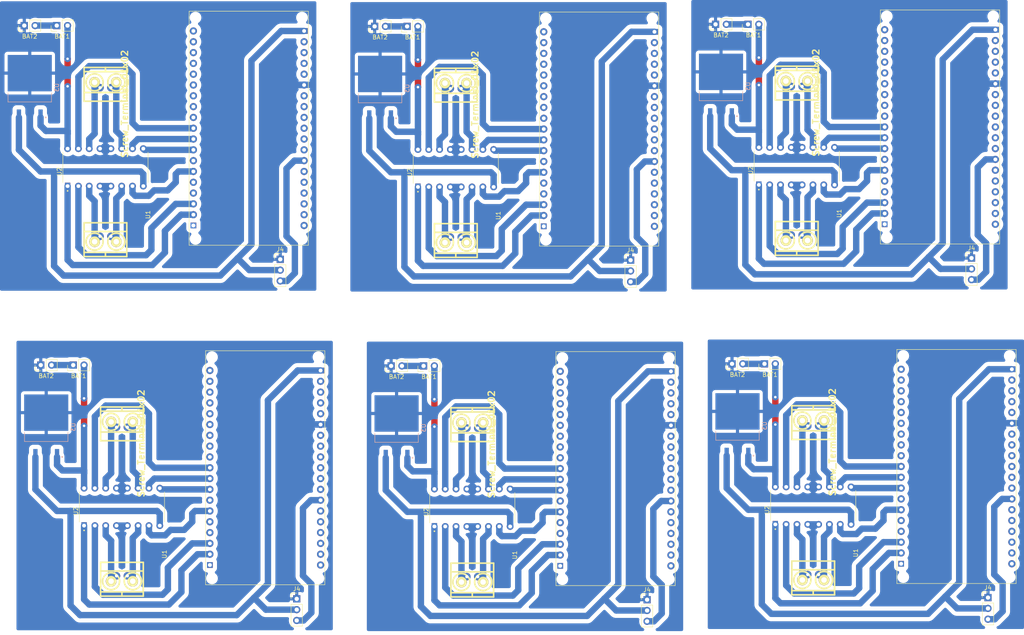
<source format=kicad_pcb>
(kicad_pcb (version 20221018) (generator pcbnew)
  (layers (0 "F.Cu" signal) (31 "B.Cu" signal) (34 "B.Paste" user) (35 "F.Paste" user) (36 "B.SilkS" user "B.Silkscreen") (37 "F.SilkS" user "F.Silkscreen") (38 "B.Mask" user) (39 "F.Mask" user) (44 "Edge.Cuts" user))
  (net 0 "")
  (net 7 "32")
  (net 27 "GNC")
  (net 28 "+7.5V")
  (net 29 "GND")
  (net 31 "Enable 1(23)")
  (net 34 "Motor 1(22)")
  (net 35 "Motor 1(21)")
  (net 37 "Motor 2(5)")
  (net 38 "+5V")
  (net 39 "Net-(J1-Pin_1)")
  (net 40 "Net-(J1-Pin_2)")
  (net 41 "Net-(J2-Pin_1)")
  (net 42 "Net-(J2-Pin_2)")
  (net 43 "Enable 2(19)")
  (net 44 "Motor 2(18)")
  (footprint "EESTN5:BORNERA2_DUO" (layer "F.Cu") (at 214.9 157.675)
    (fp_text reference "J1" hide)
    (fp_text value "Screw_Terminal_01x02" hide)
  )
  (footprint "EESTN5:BORNERA2_DUO" (layer "F.Cu") (at 134.835 120.7 180)
    (fp_text reference "J2" hide)
    (fp_text value "Screw_Terminal_01x02")
  )
  (footprint "EESTN5:BORNERA2_DUO" (layer "F.Cu") (at 130.965 78.365)
    (fp_text reference "J1" hide)
    (fp_text value "Screw_Terminal_01x02" hide)
  )
  (footprint "EESTN5:BORNERA2_DUO" (layer "F.Cu") (at 214.9 120.21 180)
    (fp_text reference "J2" hide)
    (fp_text value "Screw_Terminal_01x02")
  )
  (footprint "Connector_PinHeader_2.54mm:PinHeader_1x03_P2.54mm_Vertical" (layer "F.Cu") (at 255.95 161.815)
    (fp_text reference "J4")
    (fp_text value "Conn_01x03_Pin")
  )
  (footprint "Connector_PinHeader_2.54mm:PinHeader_1x02_P2.54mm_Vertical" (layer "F.Cu") (at 33.4925 107.17 90)
    (fp_text reference "BAT2")
    (fp_text value "Conn_01x02_Pin" hide)
  )
  (footprint "EESTN5:BORNERA2_DUO" (layer "F.Cu") (at 52.555 157.97)
    (fp_text reference "J1" hide)
    (fp_text value "Screw_Terminal_01x02" hide)
  )
  (footprint "Connector_PinHeader_2.54mm:PinHeader_1x03_P2.54mm_Vertical" (layer "F.Cu") (at 93.605 162.11)
    (fp_text reference "J4")
    (fp_text value "Conn_01x03_Pin")
  )
  (footprint "Connector_PinHeader_2.54mm:PinHeader_1x02_P2.54mm_Vertical" (layer "F.Cu") (at 119.5275 27.565 90)
    (fp_text reference "BAT1")
    (fp_text value "Conn_01x02_Pin" hide)
  )
  (footprint "Connector_PinHeader_2.54mm:PinHeader_1x02_P2.54mm_Vertical" (layer "F.Cu") (at 195.8375 106.875 90)
    (fp_text reference "BAT2")
    (fp_text value "Conn_01x02_Pin" hide)
  )
  (footprint "Connector_PinHeader_2.54mm:PinHeader_1x02_P2.54mm_Vertical" (layer "F.Cu") (at 203.4625 106.875 90)
    (fp_text reference "BAT1")
    (fp_text value "Conn_01x02_Pin" hide)
  )
  (footprint "Connector_PinHeader_2.54mm:PinHeader_1x02_P2.54mm_Vertical" (layer "F.Cu") (at 199.5925 27.075 90)
    (fp_text reference "BAT1")
    (fp_text value "Conn_01x02_Pin" hide)
  )
  (footprint "ESP32_NODEMCU:MODULE_ESP32_NODEMCU" (layer "F.Cu") (at 86.21 131.3 180)
    (fp_text reference "U1")
    (fp_text value "ESP32_NODEMCU")
  )
  (footprint "ESP32_NODEMCU:MODULE_ESP32_NODEMCU" (layer "F.Cu") (at 244.685 51.205 180)
    (fp_text reference "U1")
    (fp_text value "ESP32_NODEMCU")
  )
  (footprint "ESP32_NODEMCU:MODULE_ESP32_NODEMCU" (layer "F.Cu") (at 164.62 51.695 180)
    (fp_text reference "U1")
    (fp_text value "ESP32_NODEMCU")
  )
  (footprint "L293D:DIP880W50P254L2000H510Q16" (layer "F.Cu") (at 214.9 140.205 90)
    (fp_text reference "U2")
    (fp_text value "L293D")
  )
  (footprint "Connector_PinHeader_2.54mm:PinHeader_1x02_P2.54mm_Vertical" (layer "F.Cu") (at 41.1175 107.17 90)
    (fp_text reference "BAT1")
    (fp_text value "Conn_01x02_Pin" hide)
  )
  (footprint "EESTN5:BORNERA2_DUO" (layer "F.Cu") (at 211.03 40.41 180)
    (fp_text reference "J2" hide)
    (fp_text value "Screw_Terminal_01x02")
  )
  (footprint "EESTN5:BORNERA2_DUO" (layer "F.Cu") (at 48.685 40.705 180)
    (fp_text reference "J2" hide)
    (fp_text value "Screw_Terminal_01x02")
  )
  (footprint "Connector_PinHeader_2.54mm:PinHeader_1x02_P2.54mm_Vertical" (layer "F.Cu") (at 123.3975 107.365 90)
    (fp_text reference "BAT1")
    (fp_text value "Conn_01x02_Pin" hide)
  )
  (footprint "Connector_PinHeader_2.54mm:PinHeader_1x03_P2.54mm_Vertical" (layer "F.Cu") (at 175.885 162.305)
    (fp_text reference "J4")
    (fp_text value "Conn_01x03_Pin")
  )
  (footprint "Connector_PinHeader_2.54mm:PinHeader_1x02_P2.54mm_Vertical" (layer "F.Cu") (at 191.9675 27.075 90)
    (fp_text reference "BAT2")
    (fp_text value "Conn_01x02_Pin" hide)
  )
  (footprint "ESP32_NODEMCU:MODULE_ESP32_NODEMCU" (layer "F.Cu") (at 248.555 131.005 180)
    (fp_text reference "U1")
    (fp_text value "ESP32_NODEMCU")
  )
  (footprint "ESP32_NODEMCU:MODULE_ESP32_NODEMCU" (layer "F.Cu") (at 82.34 51.5 180)
    (fp_text reference "U1")
    (fp_text value "ESP32_NODEMCU")
  )
  (footprint "L293D:DIP880W50P254L2000H510Q16" (layer "F.Cu") (at 52.555 140.5 90)
    (fp_text reference "U2")
    (fp_text value "L293D")
  )
  (footprint "Connector_PinHeader_2.54mm:PinHeader_1x02_P2.54mm_Vertical" (layer "F.Cu") (at 29.6225 27.37 90)
    (fp_text reference "BAT2")
    (fp_text value "Conn_01x02_Pin" hide)
  )
  (footprint "Connector_PinHeader_2.54mm:PinHeader_1x03_P2.54mm_Vertical" (layer "F.Cu") (at 172.015 82.505)
    (fp_text reference "J4")
    (fp_text value "Conn_01x03_Pin")
  )
  (footprint "L293D:DIP880W50P254L2000H510Q16" (layer "F.Cu") (at 211.03 60.405 90)
    (fp_text reference "U2")
    (fp_text value "L293D")
  )
  (footprint "Connector_PinHeader_2.54mm:PinHeader_1x02_P2.54mm_Vertical" (layer "F.Cu") (at 37.2475 27.37 90)
    (fp_text reference "BAT1")
    (fp_text value "Conn_01x02_Pin" hide)
  )
  (footprint "EESTN5:BORNERA2_DUO" (layer "F.Cu") (at 52.555 120.505 180)
    (fp_text reference "J2" hide)
    (fp_text value "Screw_Terminal_01x02")
  )
  (footprint "EESTN5:BORNERA2_DUO" (layer "F.Cu") (at 48.685 78.17)
    (fp_text reference "J1" hide)
    (fp_text value "Screw_Terminal_01x02" hide)
  )
  (footprint "Connector_PinHeader_2.54mm:PinHeader_1x03_P2.54mm_Vertical" (layer "F.Cu") (at 89.735 82.31)
    (fp_text reference "J4")
    (fp_text value "Conn_01x03_Pin")
  )
  (footprint "L293D:DIP880W50P254L2000H510Q16" (layer "F.Cu") (at 134.835 140.695 90)
    (fp_text reference "U2")
    (fp_text value "L293D")
  )
  (footprint "EESTN5:BORNERA2_DUO" (layer "F.Cu") (at 130.965 40.9 180)
    (fp_text reference "J2" hide)
    (fp_text value "Screw_Terminal_01x02")
  )
  (footprint "Connector_PinHeader_2.54mm:PinHeader_1x03_P2.54mm_Vertical" (layer "F.Cu") (at 252.08 82.015)
    (fp_text reference "J4")
    (fp_text value "Conn_01x03_Pin")
  )
  (footprint "EESTN5:BORNERA2_DUO" (layer "F.Cu") (at 134.835 158.165)
    (fp_text reference "J1" hide)
    (fp_text value "Screw_Terminal_01x02" hide)
  )
  (footprint "Connector_PinHeader_2.54mm:PinHeader_1x02_P2.54mm_Vertical" (layer "F.Cu") (at 111.9025 27.565 90)
    (fp_text reference "BAT2")
    (fp_text value "Conn_01x02_Pin" hide)
  )
  (footprint "ESP32_NODEMCU:MODULE_ESP32_NODEMCU" (layer "F.Cu") (at 168.49 131.495 180)
    (fp_text reference "U1")
    (fp_text value "ESP32_NODEMCU")
  )
  (footprint "Connector_PinHeader_2.54mm:PinHeader_1x02_P2.54mm_Vertical" (layer "F.Cu") (at 115.7725 107.365 90)
    (fp_text reference "BAT2")
    (fp_text value "Conn_01x02_Pin" hide)
  )
  (footprint "L293D:DIP880W50P254L2000H510Q16" (layer "F.Cu") (at 48.685 60.7 90)
    (fp_text reference "U2")
    (fp_text value "L293D")
  )
  (footprint "EESTN5:BORNERA2_DUO" (layer "F.Cu") (at 211.03 77.875)
    (fp_text reference "J1" hide)
    (fp_text value "Screw_Terminal_01x02" hide)
  )
  (footprint "L293D:DIP880W50P254L2000H510Q16" (layer "F.Cu") (at 130.965 60.895 90)
    (fp_text reference "U2")
    (fp_text value "L293D")
  )
  (footprint "L7805CD2T:TO254P1542X460-3N" (layer "B.Cu") (at 30.905 42.55 90)
    (fp_text reference "U3")
    (fp_text value "L7805CD2T")
  )
  (footprint "L7805CD2T:TO254P1542X460-3N" (layer "B.Cu") (at 113.185 42.745 90)
    (fp_text reference "U3")
    (fp_text value "L7805CD2T")
  )
  (footprint "L7805CD2T:TO254P1542X460-3N" (layer "B.Cu") (at 197.12 122.055 90)
    (fp_text reference "U3")
    (fp_text value "L7805CD2T")
  )
  (footprint "L7805CD2T:TO254P1542X460-3N" (layer "B.Cu") (at 193.25 42.255 90)
    (fp_text reference "U3")
    (fp_text value "L7805CD2T")
  )
  (footprint "L7805CD2T:TO254P1542X460-3N" (layer "B.Cu") (at 117.055 122.545 90)
    (fp_text reference "U3")
    (fp_text value "L7805CD2T")
  )
  (footprint "L7805CD2T:TO254P1542X460-3N" (layer "B.Cu") (at 34.775 122.35 90)
    (fp_text reference "U3")
    (fp_text value "L7805CD2T")
  )
  (segment (start 253.67 87.095) (end 252.08 87.095) (width 1.5) (layer "B.Cu") (net 7))
  (segment (start 177.355 140.985) (end 177.355 156.865204) (width 1.5) (layer "B.Cu") (net 7))
  (segment (start 95.075 140.79) (end 95.075 156.670204) (width 1.5) (layer "B.Cu") (net 7))
  (segment (start 259.39 158.345204) (end 259.39 165.045) (width 1.5) (layer "B.Cu") (net 7))
  (segment (start 255.52 85.245) (end 253.67 87.095) (width 1.5) (layer "B.Cu") (net 7))
  (segment (start 175.355 59.315) (end 173.485 61.185) (width 1.5) (layer "B.Cu") (net 7))
  (segment (start 177.62 59.315) (end 175.355 59.315) (width 1.5) (layer "B.Cu") (net 7))
  (segment (start 257.42 156.375204) (end 259.39 158.345204) (width 1.5) (layer "B.Cu") (net 7))
  (segment (start 175.455 79.035204) (end 175.455 85.735) (width 1.5) (layer "B.Cu") (net 7))
  (segment (start 179.325 158.835204) (end 179.325 165.535) (width 1.5) (layer "B.Cu") (net 7))
  (segment (start 257.42 140.495) (end 257.42 156.375204) (width 1.5) (layer "B.Cu") (net 7))
  (segment (start 255.52 78.545204) (end 255.52 85.245) (width 1.5) (layer "B.Cu") (net 7))
  (segment (start 253.55 60.695) (end 253.55 76.575204) (width 1.5) (layer "B.Cu") (net 7))
  (segment (start 97.045 165.34) (end 95.195 167.19) (width 1.5) (layer "B.Cu") (net 7))
  (segment (start 181.49 139.115) (end 179.225 139.115) (width 1.5) (layer "B.Cu") (net 7))
  (segment (start 177.475 167.385) (end 175.885 167.385) (width 1.5) (layer "B.Cu") (net 7))
  (segment (start 179.325 165.535) (end 177.475 167.385) (width 1.5) (layer "B.Cu") (net 7))
  (segment (start 257.54 166.895) (end 255.95 166.895) (width 1.5) (layer "B.Cu") (net 7))
  (segment (start 99.21 138.92) (end 96.945 138.92) (width 1.5) (layer "B.Cu") (net 7))
  (segment (start 259.39 165.045) (end 257.54 166.895) (width 1.5) (layer "B.Cu") (net 7))
  (segment (start 95.195 167.19) (end 93.605 167.19) (width 1.5) (layer "B.Cu") (net 7))
  (segment (start 93.075 59.12) (end 91.205 60.99) (width 1.5) (layer "B.Cu") (net 7))
  (segment (start 91.205 60.99) (end 91.205 76.870204) (width 1.5) (layer "B.Cu") (net 7))
  (segment (start 259.29 138.625) (end 257.42 140.495) (width 1.5) (layer "B.Cu") (net 7))
  (segment (start 261.555 138.625) (end 259.29 138.625) (width 1.5) (layer "B.Cu") (net 7))
  (segment (start 175.455 85.735) (end 173.605 87.585) (width 1.5) (layer "B.Cu") (net 7))
  (segment (start 95.34 59.12) (end 93.075 59.12) (width 1.5) (layer "B.Cu") (net 7))
  (segment (start 177.355 156.865204) (end 179.325 158.835204) (width 1.5) (layer "B.Cu") (net 7))
  (segment (start 95.075 156.670204) (end 97.045 158.640204) (width 1.5) (layer "B.Cu") (net 7))
  (segment (start 173.605 87.585) (end 172.015 87.585) (width 1.5) (layer "B.Cu") (net 7))
  (segment (start 93.175 85.54) (end 91.325 87.39) (width 1.5) (layer "B.Cu") (net 7))
  (segment (start 257.685 58.825) (end 255.42 58.825) (width 1.5) (layer "B.Cu") (net 7))
  (segment (start 173.485 77.065204) (end 175.455 79.035204) (width 1.5) (layer "B.Cu") (net 7))
  (segment (start 255.42 58.825) (end 253.55 60.695) (width 1.5) (layer "B.Cu") (net 7))
  (segment (start 179.225 139.115) (end 177.355 140.985) (width 1.5) (layer "B.Cu") (net 7))
  (segment (start 93.175 78.840204) (end 93.175 85.54) (width 1.5) (layer "B.Cu") (net 7))
  (segment (start 173.485 61.185) (end 173.485 77.065204) (width 1.5) (layer "B.Cu") (net 7))
  (segment (start 91.325 87.39) (end 89.735 87.39) (width 1.5) (layer "B.Cu") (net 7))
  (segment (start 97.045 158.640204) (end 97.045 165.34) (width 1.5) (layer "B.Cu") (net 7))
  (segment (start 96.945 138.92) (end 95.075 140.79) (width 1.5) (layer "B.Cu") (net 7))
  (segment (start 91.205 76.870204) (end 93.175 78.840204) (width 1.5) (layer "B.Cu") (net 7))
  (segment (start 253.55 76.575204) (end 255.52 78.545204) (width 1.5) (layer "B.Cu") (net 7))
  (segment (start 203.47 106.875) (end 198.385 106.875) (width 1.5) (layer "B.Cu") (net 27))
  (segment (start 199.6 27.075) (end 194.515 27.075) (width 1.5) (layer "B.Cu") (net 27))
  (segment (start 119.535 27.565) (end 114.45 27.565) (width 1.5) (layer "B.Cu") (net 27))
  (segment (start 41.125 107.17) (end 36.04 107.17) (width 1.5) (layer "B.Cu") (net 27))
  (segment (start 37.255 27.37) (end 32.17 27.37) (width 1.5) (layer "B.Cu") (net 27))
  (segment (start 123.405 107.365) (end 118.32 107.365) (width 1.5) (layer "B.Cu") (net 27))
  (segment (start 43.665 114.9975) (end 43.665 121.44) (width 1.5) (layer "F.Cu") (net 28))
  (segment (start 122.075 35.3925) (end 122.075 41.835) (width 1.5) (layer "F.Cu") (net 28))
  (segment (start 39.795 35.1975) (end 39.795 41.64) (width 1.5) (layer "F.Cu") (net 28))
  (segment (start 202.14 34.9025) (end 202.14 41.345) (width 1.5) (layer "F.Cu") (net 28))
  (segment (start 202.1325 34.895) (end 202.14 34.9025) (width 1.5) (layer "F.Cu") (net 28))
  (segment (start 206.01 114.7025) (end 206.01 121.145) (width 1.5) (layer "F.Cu") (net 28))
  (segment (start 125.9375 115.185) (end 125.945 115.1925) (width 1.5) (layer "F.Cu") (net 28))
  (segment (start 39.7875 35.19) (end 39.795 35.1975) (width 1.5) (layer "F.Cu") (net 28))
  (segment (start 122.0675 35.385) (end 122.075 35.3925) (width 1.5) (layer "F.Cu") (net 28))
  (segment (start 43.6575 114.99) (end 43.665 114.9975) (width 1.5) (layer "F.Cu") (net 28))
  (segment (start 206.0025 114.695) (end 206.01 114.7025) (width 1.5) (layer "F.Cu") (net 28))
  (segment (start 125.945 115.1925) (end 125.945 121.635) (width 1.5) (layer "F.Cu") (net 28))
  (via (at 43.6575 114.99) (size 1.5) (drill 0.6) (layers "F.Cu" "B.Cu") (net 28))
  (via (at 206.0025 114.695) (size 1.5) (drill 0.6) (layers "F.Cu" "B.Cu") (net 28))
  (via (at 39.7875 35.19) (size 1.5) (drill 0.6) (layers "F.Cu" "B.Cu") (net 28))
  (via (at 122.075 41.835) (size 1.5) (drill 0.6) (layers "F.Cu" "B.Cu") (net 28))
  (via (at 202.1325 34.895) (size 1.5) (drill 0.6) (layers "F.Cu" "B.Cu") (net 28))
  (via (at 125.945 121.635) (size 1.5) (drill 0.6) (layers "F.Cu" "B.Cu") (net 28))
  (via (at 125.9375 115.185) (size 1.5) (drill 0.6) (layers "F.Cu" "B.Cu") (net 28))
  (via (at 122.0675 35.385) (size 1.5) (drill 0.6) (layers "F.Cu" "B.Cu") (net 28))
  (via (at 206.01 121.145) (size 1.5) (drill 0.6) (layers "F.Cu" "B.Cu") (net 28))
  (via (at 202.14 41.345) (size 1.5) (drill 0.6) (layers "F.Cu" "B.Cu") (net 28))
  (via (at 39.795 41.64) (size 1.5) (drill 0.6) (layers "F.Cu" "B.Cu") (net 28))
  (via (at 43.665 121.44) (size 1.5) (drill 0.6) (layers "F.Cu" "B.Cu") (net 28))
  (segment (start 206.01 121.145) (end 206.01 132.275) (width 1.5) (layer "B.Cu") (net 28))
  (segment (start 116.995 52.33) (end 122.075 52.33) (width 1.5) (layer "B.Cu") (net 28))
  (segment (start 122.075 41.835) (end 122.075 52.965) (width 1.5) (layer "B.Cu") (net 28))
  (segment (start 43.665 132.57) (end 43.665 136.1) (width 1.5) (layer "B.Cu") (net 28))
  (segment (start 125.945 132.765) (end 125.945 136.295) (width 1.5) (layer "B.Cu") (net 28))
  (segment (start 33.445 48.96) (end 33.445 50.865) (width 1.5) (layer "B.Cu") (net 28))
  (segment (start 39.7875 35.19) (end 39.7875 27.37) (width 1.5) (layer "B.Cu") (net 28))
  (segment (start 206.01 131.64) (end 206.01 132.275) (width 1.5) (layer "B.Cu") (net 28))
  (segment (start 120.865 132.13) (end 125.945 132.13) (width 1.5) (layer "B.Cu") (net 28))
  (segment (start 115.725 51.06) (end 116.995 52.33) (width 1.5) (layer "B.Cu") (net 28))
  (segment (start 206.0025 114.695) (end 206.0025 106.875) (width 1.5) (layer "B.Cu") (net 28))
  (segment (start 200.93 131.64) (end 206.01 131.64) (width 1.5) (layer "B.Cu") (net 28))
  (segment (start 202.14 41.345) (end 202.14 52.475) (width 1.5) (layer "B.Cu") (net 28))
  (segment (start 39.795 52.77) (end 39.795 56.3) (width 1.5) (layer "B.Cu") (net 28))
  (segment (start 119.595 128.955) (end 119.595 130.86) (width 1.5) (layer "B.Cu") (net 28))
  (segment (start 202.14 51.84) (end 202.14 52.475) (width 1.5) (layer "B.Cu") (net 28))
  (segment (start 37.315 130.665) (end 38.585 131.935) (width 1.5) (layer "B.Cu") (net 28))
  (segment (start 119.595 130.86) (end 120.865 132.13) (width 1.5) (layer "B.Cu") (net 28))
  (segment (start 199.66 130.37) (end 200.93 131.64) (width 1.5) (layer "B.Cu") (net 28))
  (segment (start 33.445 50.865) (end 34.715 52.135) (width 1.5) (layer "B.Cu") (net 28))
  (segment (start 195.79 50.57) (end 197.06 51.84) (width 1.5) (layer "B.Cu") (net 28))
  (segment (start 125.945 132.13) (end 125.945 132.765) (width 1.5) (layer "B.Cu") (net 28))
  (segment (start 195.79 48.665) (end 195.79 50.57) (width 1.5) (layer "B.Cu") (net 28))
  (segment (start 122.075 52.965) (end 122.075 56.495) (width 1.5) (layer "B.Cu") (net 28))
  (segment (start 202.14 52.475) (end 202.14 56.005) (width 1.5) (layer "B.Cu") (net 28))
  (segment (start 43.665 131.935) (end 43.665 132.57) (width 1.5) (layer "B.Cu") (net 28))
  (segment (start 38.585 131.935) (end 43.665 131.935) (width 1.5) (layer "B.Cu") (net 28))
  (segment (start 122.075 52.33) (end 122.075 52.965) (width 1.5) (layer "B.Cu") (net 28))
  (segment (start 125.9375 115.185) (end 125.9375 107.365) (width 1.5) (layer "B.Cu") (net 28))
  (segment (start 206.01 132.275) (end 206.01 135.805) (width 1.5) (layer "B.Cu") (net 28))
  (segment (start 122.0675 35.385) (end 122.0675 27.565) (width 1.5) (layer "B.Cu") (net 28))
  (segment (start 39.795 41.64) (end 39.795 52.77) (width 1.5) (layer "B.Cu") (net 28))
  (segment (start 115.725 49.155) (end 115.725 51.06) (width 1.5) (layer "B.Cu") (net 28))
  (segment (start 199.66 128.465) (end 199.66 130.37) (width 1.5) (layer "B.Cu") (net 28))
  (segment (start 43.665 121.44) (end 43.665 132.57) (width 1.5) (layer "B.Cu") (net 28))
  (segment (start 197.06 51.84) (end 202.14 51.84) (width 1.5) (layer "B.Cu") (net 28))
  (segment (start 39.795 52.135) (end 39.795 52.77) (width 1.5) (layer "B.Cu") (net 28))
  (segment (start 37.315 128.76) (end 37.315 130.665) (width 1.5) (layer "B.Cu") (net 28))
  (segment (start 34.715 52.135) (end 39.795 52.135) (width 1.5) (layer "B.Cu") (net 28))
  (segment (start 202.1325 34.895) (end 202.1325 27.075) (width 1.5) (layer "B.Cu") (net 28))
  (segment (start 125.945 121.635) (end 125.945 132.765) (width 1.5) (layer "B.Cu") (net 28))
  (segment (start 43.6575 114.99) (end 43.6575 107.17) (width 1.5) (layer "B.Cu") (net 28))
  (segment (start 174.735 41.535) (end 174.695 41.495) (width 1.5) (layer "B.Cu") (net 29))
  (segment (start 254.76 41.005) (end 259.46 41.005) (width 1.5) (layer "B.Cu") (net 29))
  (segment (start 95.34 41.34) (end 92.455 41.34) (width 1.5) (layer "B.Cu") (net 29))
  (segment (start 133.565 145.095) (end 136.105 145.095) (width 1.5) (layer "B.Cu") (net 29))
  (segment (start 129.695 65.295) (end 132.235 65.295) (width 1.5) (layer "B.Cu") (net 29))
  (segment (start 96.285 121.1) (end 100.985 121.1) (width 1.5) (layer "B.Cu") (net 29))
  (segment (start 254.8 41.045) (end 254.76 41.005) (width 1.5) (layer "B.Cu") (net 29))
  (segment (start 213.63 135.805) (end 216.17 135.805) (width 1.5) (layer "B.Cu") (net 29))
  (segment (start 174.695 41.495) (end 179.395 41.495) (width 1.5) (layer "B.Cu") (net 29))
  (segment (start 97.115 41.3) (end 97.145 41.27) (width 1.5) (layer "B.Cu") (net 29))
  (segment (start 179.395 41.495) (end 179.425 41.465) (width 1.5) (layer "B.Cu") (net 29))
  (segment (start 47.415 56.3) (end 49.955 56.3) (width 1.5) (layer "B.Cu") (net 29))
  (segment (start 261.555 120.845) (end 258.67 120.845) (width 1.5) (layer "B.Cu") (net 29))
  (segment (start 209.76 56.005) (end 212.3 56.005) (width 1.5) (layer "B.Cu") (net 29))
  (segment (start 51.285 144.9) (end 53.825 144.9) (width 1.5) (layer "B.Cu") (net 29))
  (segment (start 92.455 41.34) (end 92.415 41.3) (width 1.5) (layer "B.Cu") (net 29))
  (segment (start 177.62 41.535) (end 174.735 41.535) (width 1.5) (layer "B.Cu") (net 29))
  (segment (start 92.415 41.3) (end 97.115 41.3) (width 1.5) (layer "B.Cu") (net 29))
  (segment (start 133.565 136.295) (end 136.105 136.295) (width 1.5) (layer "B.Cu") (net 29))
  (segment (start 47.415 65.1) (end 49.955 65.1) (width 1.5) (layer "B.Cu") (net 29))
  (segment (start 213.63 144.605) (end 216.17 144.605) (width 1.5) (layer "B.Cu") (net 29))
  (segment (start 258.67 120.845) (end 258.63 120.805) (width 1.5) (layer "B.Cu") (net 29))
  (segment (start 258.63 120.805) (end 263.33 120.805) (width 1.5) (layer "B.Cu") (net 29))
  (segment (start 181.49 121.335) (end 178.605 121.335) (width 1.5) (layer "B.Cu") (net 29))
  (segment (start 99.21 121.14) (end 96.325 121.14) (width 1.5) (layer "B.Cu") (net 29))
  (segment (start 129.695 56.495) (end 132.235 56.495) (width 1.5) (layer "B.Cu") (net 29))
  (segment (start 263.33 120.805) (end 263.36 120.775) (width 1.5) (layer "B.Cu") (net 29))
  (segment (start 178.605 121.335) (end 178.565 121.295) (width 1.5) (layer "B.Cu") (net 29))
  (segment (start 257.685 41.045) (end 254.8 41.045) (width 1.5) (layer "B.Cu") (net 29))
  (segment (start 51.285 136.1) (end 53.825 136.1) (width 1.5) (layer "B.Cu") (net 29))
  (segment (start 100.985 121.1) (end 101.015 121.07) (width 1.5) (layer "B.Cu") (net 29))
  (segment (start 259.46 41.005) (end 259.49 40.975) (width 1.5) (layer "B.Cu") (net 29))
  (segment (start 209.76 64.805) (end 212.3 64.805) (width 1.5) (layer "B.Cu") (net 29))
  (segment (start 96.325 121.14) (end 96.285 121.1) (width 1.5) (layer "B.Cu") (net 29))
  (segment (start 178.565 121.295) (end 183.265 121.295) (width 1.5) (layer "B.Cu") (net 29))
  (segment (start 183.265 121.295) (end 183.295 121.265) (width 1.5) (layer "B.Cu") (net 29))
  (segment (start 203.36 83.355) (end 222.06 83.355) (width 1.5) (layer "B.Cu") (net 31))
  (segment (start 62.655 80.71) (end 62.655 75.63) (width 1.5) (layer "B.Cu") (net 31))
  (segment (start 225 75.335) (end 228.81 71.525) (width 1.5) (layer "B.Cu") (net 31))
  (segment (start 70.335 151.62) (end 73.21 151.62) (width 1.5) (layer "B.Cu") (net 31))
  (segment (start 144.935 75.825) (end 148.745 72.015) (width 1.5) (layer "B.Cu") (net 31))
  (segment (start 228.81 71.525) (end 231.685 71.525) (width 1.5) (layer "B.Cu") (net 31))
  (segment (start 44.885 163.45) (end 63.585 163.45) (width 1.5) (layer "B.Cu") (net 31))
  (segment (start 206.01 161.935) (end 207.23 163.155) (width 1.5) (layer "B.Cu") (net 31))
  (segment (start 66.525 160.51) (end 66.525 155.43) (width 1.5) (layer "B.Cu") (net 31))
  (segment (start 228.87 155.135) (end 232.68 151.325) (width 1.5) (layer "B.Cu") (net 31))
  (segment (start 66.525 155.43) (end 70.335 151.62) (width 1.5) (layer "B.Cu") (net 31))
  (segment (start 207.23 163.155) (end 225.93 163.155) (width 1.5) (layer "B.Cu") (net 31))
  (segment (start 148.805 155.625) (end 152.615 151.815) (width 1.5) (layer "B.Cu") (net 31))
  (segment (start 232.68 151.325) (end 235.555 151.325) (width 1.5) (layer "B.Cu") (net 31))
  (segment (start 39.795 82.43) (end 41.015 83.65) (width 1.5) (layer "B.Cu") (net 31))
  (segment (start 141.995 83.845) (end 144.935 80.905) (width 1.5) (layer "B.Cu") (net 31))
  (segment (start 122.075 82.625) (end 123.295 83.845) (width 1.5) (layer "B.Cu") (net 31))
  (segment (start 39.795 65.1) (end 39.795 82.43) (width 1.5) (layer "B.Cu") (net 31))
  (segment (start 63.585 163.45) (end 66.525 160.51) (width 1.5) (layer "B.Cu") (net 31))
  (segment (start 144.935 80.905) (end 144.935 75.825) (width 1.5) (layer "B.Cu") (net 31))
  (segment (start 148.745 72.015) (end 151.62 72.015) (width 1.5) (layer "B.Cu") (net 31))
  (segment (start 59.715 83.65) (end 62.655 80.71) (width 1.5) (layer "B.Cu") (net 31))
  (segment (start 125.945 145.095) (end 125.945 162.425) (width 1.5) (layer "B.Cu") (net 31))
  (segment (start 225 80.415) (end 225 75.335) (width 1.5) (layer "B.Cu") (net 31))
  (segment (start 148.805 160.705) (end 148.805 155.625) (width 1.5) (layer "B.Cu") (net 31))
  (segment (start 222.06 83.355) (end 225 80.415) (width 1.5) (layer "B.Cu") (net 31))
  (segment (start 202.14 82.135) (end 203.36 83.355) (width 1.5) (layer "B.Cu") (net 31))
  (segment (start 125.945 162.425) (end 127.165 163.645) (width 1.5) (layer "B.Cu") (net 31))
  (segment (start 122.075 65.295) (end 122.075 82.625) (width 1.5) (layer "B.Cu") (net 31))
  (segment (start 66.465 71.82) (end 69.34 71.82) (width 1.5) (layer "B.Cu") (net 31))
  (segment (start 152.615 151.815) (end 155.49 151.815) (width 1.5) (layer "B.Cu") (net 31))
  (segment (start 41.015 83.65) (end 59.715 83.65) (width 1.5) (layer "B.Cu") (net 31))
  (segment (start 123.295 83.845) (end 141.995 83.845) (width 1.5) (layer "B.Cu") (net 31))
  (segment (start 43.665 162.23) (end 44.885 163.45) (width 1.5) (layer "B.Cu") (net 31))
  (segment (start 145.865 163.645) (end 148.805 160.705) (width 1.5) (layer "B.Cu") (net 31))
  (segment (start 62.655 75.63) (end 66.465 71.82) (width 1.5) (layer "B.Cu") (net 31))
  (segment (start 127.165 163.645) (end 145.865 163.645) (width 1.5) (layer "B.Cu") (net 31))
  (segment (start 225.93 163.155) (end 228.87 160.215) (width 1.5) (layer "B.Cu") (net 31))
  (segment (start 202.14 64.805) (end 202.14 82.135) (width 1.5) (layer "B.Cu") (net 31))
  (segment (start 43.665 144.9) (end 43.665 162.23) (width 1.5) (layer "B.Cu") (net 31))
  (segment (start 206.01 144.605) (end 206.01 161.935) (width 1.5) (layer "B.Cu") (net 31))
  (segment (start 228.87 160.215) (end 228.87 155.135) (width 1.5) (layer "B.Cu") (net 31))
  (segment (start 128.485 159.435) (end 128.485 145.095) (width 1.5) (layer "B.Cu") (net 34))
  (segment (start 227.54 68.985) (end 221.825 74.7) (width 1.5) (layer "B.Cu") (net 34))
  (segment (start 140.49 81.54) (end 126.52 81.54) (width 1.5) (layer "B.Cu") (net 34))
  (segment (start 48.11 161.145) (end 46.205 159.24) (width 1.5) (layer "B.Cu") (net 34))
  (segment (start 231.41 148.785) (end 225.695 154.5) (width 1.5) (layer "B.Cu") (net 34))
  (segment (start 220.555 81.05) (end 206.585 81.05) (width 1.5) (layer "B.Cu") (net 34))
  (segment (start 65.195 69.28) (end 59.48 74.995) (width 1.5) (layer "B.Cu") (net 34))
  (segment (start 130.39 161.34) (end 128.485 159.435) (width 1.5) (layer "B.Cu") (net 34))
  (segment (start 231.685 68.985) (end 227.54 68.985) (width 1.5) (layer "B.Cu") (net 34))
  (segment (start 221.825 74.7) (end 221.825 79.78) (width 1.5) (layer "B.Cu") (net 34))
  (segment (start 144.36 161.34) (end 130.39 161.34) (width 1.5) (layer "B.Cu") (net 34))
  (segment (start 44.24 81.345) (end 42.335 79.44) (width 1.5) (layer "B.Cu") (net 34))
  (segment (start 206.585 81.05) (end 204.68 79.145) (width 1.5) (layer "B.Cu") (net 34))
  (segment (start 46.205 159.24) (end 46.205 144.9) (width 1.5) (layer "B.Cu") (net 34))
  (segment (start 62.08 161.145) (end 48.11 161.145) (width 1.5) (layer "B.Cu") (net 34))
  (segment (start 69.065 149.08) (end 63.35 154.795) (width 1.5) (layer "B.Cu") (net 34))
  (segment (start 208.55 158.945) (end 208.55 144.605) (width 1.5) (layer "B.Cu") (net 34))
  (segment (start 151.62 69.475) (end 147.475 69.475) (width 1.5) (layer "B.Cu") (net 34))
  (segment (start 204.68 79.145) (end 204.68 64.805) (width 1.5) (layer "B.Cu") (net 34))
  (segment (start 59.48 74.995) (end 59.48 80.075) (width 1.5) (layer "B.Cu") (net 34))
  (segment (start 141.76 80.27) (end 140.49 81.54) (width 1.5) (layer "B.Cu") (net 34))
  (segment (start 147.475 69.475) (end 141.76 75.19) (width 1.5) (layer "B.Cu") (net 34))
  (segment (start 141.76 75.19) (end 141.76 80.27) (width 1.5) (layer "B.Cu") (net 34))
  (segment (start 63.35 159.875) (end 62.08 161.145) (width 1.5) (layer "B.Cu") (net 34))
  (segment (start 145.63 154.99) (end 145.63 160.07) (width 1.5) (layer "B.Cu") (net 34))
  (segment (start 42.335 79.44) (end 42.335 65.1) (width 1.5) (layer "B.Cu") (net 34))
  (segment (start 155.49 149.275) (end 151.345 149.275) (width 1.5) (layer "B.Cu") (net 34))
  (segment (start 126.52 81.54) (end 124.615 79.635) (width 1.5) (layer "B.Cu") (net 34))
  (segment (start 225.695 159.58) (end 224.425 160.85) (width 1.5) (layer "B.Cu") (net 34))
  (segment (start 210.455 160.85) (end 208.55 158.945) (width 1.5) (layer "B.Cu") (net 34))
  (segment (start 221.825 79.78) (end 220.555 81.05) (width 1.5) (layer "B.Cu") (net 34))
  (segment (start 59.48 80.075) (end 58.21 81.345) (width 1.5) (layer "B.Cu") (net 34))
  (segment (start 69.34 69.28) (end 65.195 69.28) (width 1.5) (layer "B.Cu") (net 34))
  (segment (start 224.425 160.85) (end 210.455 160.85) (width 1.5) (layer "B.Cu") (net 34))
  (segment (start 145.63 160.07) (end 144.36 161.34) (width 1.5) (layer "B.Cu") (net 34))
  (segment (start 124.615 79.635) (end 124.615 65.295) (width 1.5) (layer "B.Cu") (net 34))
  (segment (start 235.555 148.785) (end 231.41 148.785) (width 1.5) (layer "B.Cu") (net 34))
  (segment (start 73.21 149.08) (end 69.065 149.08) (width 1.5) (layer "B.Cu") (net 34))
  (segment (start 58.21 81.345) (end 44.24 81.345) (width 1.5) (layer "B.Cu") (net 34))
  (segment (start 225.695 154.5) (end 225.695 159.58) (width 1.5) (layer "B.Cu") (net 34))
  (segment (start 63.35 154.795) (end 63.35 159.875) (width 1.5) (layer "B.Cu") (net 34))
  (segment (start 151.345 149.275) (end 145.63 154.99) (width 1.5) (layer "B.Cu") (net 34))
  (segment (start 227.54 63.905) (end 227.54 62) (width 1.5) (layer "B.Cu") (net 35))
  (segment (start 65.83 61.66) (end 69.34 61.66) (width 1.5) (layer "B.Cu") (net 35))
  (segment (start 141.185 146.735) (end 141.82 147.37) (width 1.5) (layer "B.Cu") (net 35))
  (segment (start 63.29 66.105) (end 65.195 64.2) (width 1.5) (layer "B.Cu") (net 35))
  (segment (start 151.98 141.655) (end 155.49 141.655) (width 1.5) (layer "B.Cu") (net 35))
  (segment (start 146.265 146.1) (end 149.44 146.1) (width 1.5) (layer "B.Cu") (net 35))
  (segment (start 58.845 67.375) (end 60.115 66.105) (width 1.5) (layer "B.Cu") (net 35))
  (segment (start 148.11 61.855) (end 151.62 61.855) (width 1.5) (layer "B.Cu") (net 35))
  (segment (start 55.67 67.375) (end 58.845 67.375) (width 1.5) (layer "B.Cu") (net 35))
  (segment (start 232.045 141.165) (end 235.555 141.165) (width 1.5) (layer "B.Cu") (net 35))
  (segment (start 151.345 144.195) (end 151.345 142.29) (width 1.5) (layer "B.Cu") (net 35))
  (segment (start 225.06 146.88) (end 226.33 145.61) (width 1.5) (layer "B.Cu") (net 35))
  (segment (start 69.065 142.095) (end 69.7 141.46) (width 1.5) (layer "B.Cu") (net 35))
  (segment (start 228.175 61.365) (end 231.685 61.365) (width 1.5) (layer "B.Cu") (net 35))
  (segment (start 58.905 144.9) (end 58.905 146.54) (width 1.5) (layer "B.Cu") (net 35))
  (segment (start 65.195 64.2) (end 65.195 62.295) (width 1.5) (layer "B.Cu") (net 35))
  (segment (start 142.395 66.3) (end 145.57 66.3) (width 1.5) (layer "B.Cu") (net 35))
  (segment (start 137.315 65.295) (end 137.315 66.935) (width 1.5) (layer "B.Cu") (net 35))
  (segment (start 225.635 65.81) (end 227.54 63.905) (width 1.5) (layer "B.Cu") (net 35))
  (segment (start 217.38 64.805) (end 217.38 66.445) (width 1.5) (layer "B.Cu") (net 35))
  (segment (start 221.25 146.245) (end 221.885 146.88) (width 1.5) (layer "B.Cu") (net 35))
  (segment (start 145.57 66.3) (end 147.475 64.395) (width 1.5) (layer "B.Cu") (net 35))
  (segment (start 65.195 62.295) (end 65.83 61.66) (width 1.5) (layer "B.Cu") (net 35))
  (segment (start 62.715 147.175) (end 63.985 145.905) (width 1.5) (layer "B.Cu") (net 35))
  (segment (start 69.065 144) (end 69.065 142.095) (width 1.5) (layer "B.Cu") (net 35))
  (segment (start 147.475 64.395) (end 147.475 62.49) (width 1.5) (layer "B.Cu") (net 35))
  (segment (start 231.41 141.8) (end 232.045 141.165) (width 1.5) (layer "B.Cu") (net 35))
  (segment (start 227.54 62) (end 228.175 61.365) (width 1.5) (layer "B.Cu") (net 35))
  (segment (start 151.345 142.29) (end 151.98 141.655) (width 1.5) (layer "B.Cu") (net 35))
  (segment (start 137.95 67.57) (end 141.125 67.57) (width 1.5) (layer "B.Cu") (net 35))
  (segment (start 221.885 146.88) (end 225.06 146.88) (width 1.5) (layer "B.Cu") (net 35))
  (segment (start 59.54 147.175) (end 62.715 147.175) (width 1.5) (layer "B.Cu") (net 35))
  (segment (start 147.475 62.49) (end 148.11 61.855) (width 1.5) (layer "B.Cu") (net 35))
  (segment (start 149.44 146.1) (end 151.345 144.195) (width 1.5) (layer "B.Cu") (net 35))
  (segment (start 55.035 65.1) (end 55.035 66.74) (width 1.5) (layer "B.Cu") (net 35))
  (segment (start 144.995 147.37) (end 146.265 146.1) (width 1.5) (layer "B.Cu") (net 35))
  (segment (start 55.035 66.74) (end 55.67 67.375) (width 1.5) (layer "B.Cu") (net 35))
  (segment (start 63.985 145.905) (end 67.16 145.905) (width 1.5) (layer "B.Cu") (net 35))
  (segment (start 58.905 146.54) (end 59.54 147.175) (width 1.5) (layer "B.Cu") (net 35))
  (segment (start 60.115 66.105) (end 63.29 66.105) (width 1.5) (layer "B.Cu") (net 35))
  (segment (start 231.41 143.705) (end 231.41 141.8) (width 1.5) (layer "B.Cu") (net 35))
  (segment (start 218.015 67.08) (end 221.19 67.08) (width 1.5) (layer "B.Cu") (net 35))
  (segment (start 217.38 66.445) (end 218.015 67.08) (width 1.5) (layer "B.Cu") (net 35))
  (segment (start 67.16 145.905) (end 69.065 144) (width 1.5) (layer "B.Cu") (net 35))
  (segment (start 226.33 145.61) (end 229.505 145.61) (width 1.5) (layer "B.Cu") (net 35))
  (segment (start 221.25 144.605) (end 221.25 146.245) (width 1.5) (layer "B.Cu") (net 35))
  (segment (start 69.7 141.46) (end 73.21 141.46) (width 1.5) (layer "B.Cu") (net 35))
  (segment (start 229.505 145.61) (end 231.41 143.705) (width 1.5) (layer "B.Cu") (net 35))
  (segment (start 221.19 67.08) (end 222.46 65.81) (width 1.5) (layer "B.Cu") (net 35))
  (segment (start 141.82 147.37) (end 144.995 147.37) (width 1.5) (layer "B.Cu") (net 35))
  (segment (start 222.46 65.81) (end 225.635 65.81) (width 1.5) (layer "B.Cu") (net 35))
  (segment (start 137.315 66.935) (end 137.95 67.57) (width 1.5) (layer "B.Cu") (net 35))
  (segment (start 141.125 67.57) (end 142.395 66.3) (width 1.5) (layer "B.Cu") (net 35))
  (segment (start 141.185 145.095) (end 141.185 146.735) (width 1.5) (layer "B.Cu") (net 35))
  (segment (start 60.175 131.3) (end 73.21 131.3) (width 1.5) (layer "B.Cu") (net 37))
  (segment (start 215.475 36.6) (end 217.38 38.505) (width 1.5) (layer "B.Cu") (net 37))
  (segment (start 217.38 38.505) (end 217.38 49.935) (width 1.5) (layer "B.Cu") (net 37))
  (segment (start 124.615 39.63) (end 127.155 37.09) (width 1.5) (layer "B.Cu") (net 37))
  (segment (start 218.65 51.205) (end 231.685 51.205) (width 1.5) (layer "B.Cu") (net 37))
  (segment (start 219.345 116.4) (end 221.25 118.305) (width 1.5) (layer "B.Cu") (net 37))
  (segment (start 207.22 36.6) (end 215.475 36.6) (width 1.5) (layer "B.Cu") (net 37))
  (segment (start 128.485 119.43) (end 131.025 116.89) (width 1.5) (layer "B.Cu") (net 37))
  (segment (start 204.68 56.005) (end 204.68 39.14) (width 1.5) (layer "B.Cu") (net 37))
  (segment (start 208.55 118.94) (end 211.09 116.4) (width 1.5) (layer "B.Cu") (net 37))
  (segment (start 46.205 136.1) (end 46.205 119.235) (width 1.5) (layer "B.Cu") (net 37))
  (segment (start 217.38 49.935) (end 218.65 51.205) (width 1.5) (layer "B.Cu") (net 37))
  (segment (start 124.615 56.495) (end 124.615 39.63) (width 1.5) (layer "B.Cu") (net 37))
  (segment (start 55.035 50.23) (end 56.305 51.5) (width 1.5) (layer "B.Cu") (net 37))
  (segment (start 42.335 39.435) (end 44.875 36.895) (width 1.5) (layer "B.Cu") (net 37))
  (segment (start 44.875 36.895) (end 53.13 36.895) (width 1.5) (layer "B.Cu") (net 37))
  (segment (start 53.13 36.895) (end 55.035 38.8) (width 1.5) (layer "B.Cu") (net 37))
  (segment (start 135.41 37.09) (end 137.315 38.995) (width 1.5) (layer "B.Cu") (net 37))
  (segment (start 221.25 129.735) (end 222.52 131.005) (width 1.5) (layer "B.Cu") (net 37))
  (segment (start 46.205 119.235) (end 48.745 116.695) (width 1.5) (layer "B.Cu") (net 37))
  (segment (start 204.68 39.14) (end 207.22 36.6) (width 1.5) (layer "B.Cu") (net 37))
  (segment (start 48.745 116.695) (end 57 116.695) (width 1.5) (layer "B.Cu") (net 37))
  (segment (start 56.305 51.5) (end 69.34 51.5) (width 1.5) (layer "B.Cu") (net 37))
  (segment (start 55.035 38.8) (end 55.035 50.23) (width 1.5) (layer "B.Cu") (net 37))
  (segment (start 42.335 56.3) (end 42.335 39.435) (width 1.5) (layer "B.Cu") (net 37))
  (segment (start 131.025 116.89) (end 139.28 116.89) (width 1.5) (layer "B.Cu") (net 37))
  (segment (start 139.28 116.89) (end 141.185 118.795) (width 1.5) (layer "B.Cu") (net 37))
  (segment (start 58.905 118.6) (end 58.905 130.03) (width 1.5) (layer "B.Cu") (net 37))
  (segment (start 141.185 130.225) (end 142.455 131.495) (width 1.5) (layer "B.Cu") (net 37))
  (segment (start 222.52 131.005) (end 235.555 131.005) (width 1.5) (layer "B.Cu") (net 37))
  (segment (start 128.485 136.295) (end 128.485 119.43) (width 1.5) (layer "B.Cu") (net 37))
  (segment (start 58.905 130.03) (end 60.175 131.3) (width 1.5) (layer "B.Cu") (net 37))
  (segment (start 138.585 51.695) (end 151.62 51.695) (width 1.5) (layer "B.Cu") (net 37))
  (segment (start 211.09 116.4) (end 219.345 116.4) (width 1.5) (layer "B.Cu") (net 37))
  (segment (start 137.315 38.995) (end 137.315 50.425) (width 1.5) (layer "B.Cu") (net 37))
  (segment (start 141.185 118.795) (end 141.185 130.225) (width 1.5) (layer "B.Cu") (net 37))
  (segment (start 142.455 131.495) (end 155.49 131.495) (width 1.5) (layer "B.Cu") (net 37))
  (segment (start 208.55 135.805) (end 208.55 118.94) (width 1.5) (layer "B.Cu") (net 37))
  (segment (start 57 116.695) (end 58.905 118.6) (width 1.5) (layer "B.Cu") (net 37))
  (segment (start 221.25 118.305) (end 221.25 129.735) (width 1.5) (layer "B.Cu") (net 37))
  (segment (start 127.155 37.09) (end 135.41 37.09) (width 1.5) (layer "B.Cu") (net 37))
  (segment (start 137.315 50.425) (end 138.585 51.695) (width 1.5) (layer "B.Cu") (net 37))
  (segment (start 139.855 62.49) (end 139.22 61.855) (width 1.5) (layer "B.Cu") (net 38))
  (segment (start 110.645 56.775) (end 115.725 61.855) (width 1.5) (layer "B.Cu") (net 38))
  (segment (start 219.92 64.805) (end 219.92 62) (width 1.5) (layer "B.Cu") (net 38))
  (segment (start 125.015 166.125) (end 122.77 163.88) (width 1.5) (layer "B.Cu") (net 38))
  (segment (start 202.835 141.165) (end 199.66 141.165) (width 1.5) (layer "B.Cu") (net 38))
  (segment (start 93.83 108.44) (end 86.845 115.425) (width 1.5) (layer "B.Cu") (net 38))
  (segment (start 252.305 28.345) (end 245.32 35.33) (width 1.5) (layer "B.Cu") (net 38))
  (segment (start 143.725 142.29) (end 143.09 141.655) (width 1.5) (layer "B.Cu") (net 38))
  (segment (start 165.255 35.82) (end 165.255 79) (width 1.5) (layer "B.Cu") (net 38))
  (segment (start 28.365 48.96) (end 28.365 56.58) (width 1.5) (layer "B.Cu") (net 38))
  (segment (start 168.635 164.845) (end 165.8575 162.0675) (width 1.5) (layer "B.Cu") (net 38))
  (segment (start 261.555 108.145) (end 256.175 108.145) (width 1.5) (layer "B.Cu") (net 38))
  (segment (start 248.7 164.355) (end 245.9225 161.5775) (width 1.5) (layer "B.Cu") (net 38))
  (segment (start 176.11 108.635) (end 169.125 115.62) (width 1.5) (layer "B.Cu") (net 38))
  (segment (start 122.77 141.655) (end 119.595 141.655) (width 1.5) (layer "B.Cu") (net 38))
  (segment (start 122.77 163.88) (end 122.77 141.655) (width 1.5) (layer "B.Cu") (net 38))
  (segment (start 89.96 28.64) (end 82.975 35.625) (width 1.5) (layer "B.Cu") (net 38))
  (segment (start 223.79 144.605) (end 223.79 141.8) (width 1.5) (layer "B.Cu") (net 38))
  (segment (start 194.58 128.465) (end 194.58 136.085) (width 1.5) (layer "B.Cu") (net 38))
  (segment (start 245.32 78.51) (end 242.0525 81.7775) (width 1.5) (layer "B.Cu") (net 38))
  (segment (start 79.7075 82.0725) (end 75.65 86.13) (width 1.5) (layer "B.Cu") (net 38))
  (segment (start 32.235 136.38) (end 37.315 141.46) (width 1.5) (layer "B.Cu") (net 38))
  (segment (start 143.725 145.095) (end 143.725 142.29) (width 1.5) (layer "B.Cu") (net 38))
  (segment (start 114.515 128.955) (end 114.515 136.575) (width 1.5) (layer "B.Cu") (net 38))
  (segment (start 86.845 158.605) (end 83.5775 161.8725) (width 1.5) (layer "B.Cu") (net 38))
  (segment (start 40.49 141.46) (end 37.315 141.46) (width 1.5) (layer "B.Cu") (net 38))
  (segment (start 118.9 84.08) (end 118.9 61.855) (width 1.5) (layer "B.Cu") (net 38))
  (segment (start 255.95 164.355) (end 248.7 164.355) (width 1.5) (layer "B.Cu") (net 38))
  (segment (start 237.995 85.835) (end 201.21 85.835) (width 1.5) (layer "B.Cu") (net 38))
  (segment (start 157.93 86.325) (end 121.145 86.325) (width 1.5) (layer "B.Cu") (net 38))
  (segment (start 169.125 115.62) (end 169.125 158.8) (width 1.5) (layer "B.Cu") (net 38))
  (segment (start 194.58 136.085) (end 199.66 141.165) (width 1.5) (layer "B.Cu") (net 38))
  (segment (start 57.575 65.1) (end 57.575 62.295) (width 1.5) (layer "B.Cu") (net 38))
  (segment (start 82.975 78.805) (end 79.7075 82.0725) (width 1.5) (layer "B.Cu") (net 38))
  (segment (start 201.21 85.835) (end 198.965 83.59) (width 1.5) (layer "B.Cu") (net 38))
  (segment (start 95.34 28.64) (end 89.96 28.64) (width 1.5) (layer "B.Cu") (net 38))
  (segment (start 114.515 136.575) (end 119.595 141.655) (width 1.5) (layer "B.Cu") (net 38))
  (segment (start 181.49 108.635) (end 176.11 108.635) (width 1.5) (layer "B.Cu") (net 38))
  (segment (start 110.645 49.155) (end 110.645 56.775) (width 1.5) (layer "B.Cu") (net 38))
  (segment (start 93.605 164.65) (end 86.355 164.65) (width 1.5) (layer "B.Cu") (net 38))
  (segment (start 219.92 62) (end 219.285 61.365) (width 1.5) (layer "B.Cu") (net 38))
  (segment (start 177.62 28.835) (end 172.24 28.835) (width 1.5) (layer "B.Cu") (net 38))
  (segment (start 249.19 115.13) (end 249.19 158.31) (width 1.5) (layer "B.Cu") (net 38))
  (segment (start 79.52 165.93) (end 42.735 165.93) (width 1.5) (layer "B.Cu") (net 38))
  (segment (start 118.9 61.855) (end 115.725 61.855) (width 1.5) (layer "B.Cu") (net 38))
  (segment (start 86.845 115.425) (end 86.845 158.605) (width 1.5) (layer "B.Cu") (net 38))
  (segment (start 198.965 61.365) (end 195.79 61.365) (width 1.5) (layer "B.Cu") (net 38))
  (segment (start 169.125 158.8) (end 165.8575 162.0675) (width 1.5) (layer "B.Cu") (net 38))
  (segment (start 89.735 84.85) (end 82.485 84.85) (width 1.5) (layer "B.Cu") (net 38))
  (segment (start 245.9225 161.5775) (end 241.865 165.635) (width 1.5) (layer "B.Cu") (net 38))
  (segment (start 99.21 108.44) (end 93.83 108.44) (width 1.5) (layer "B.Cu") (net 38))
  (segment (start 139.22 61.855) (end 118.9 61.855) (width 1.5) (layer "B.Cu") (net 38))
  (segment (start 202.835 163.39) (end 202.835 141.165) (width 1.5) (layer "B.Cu") (net 38))
  (segment (start 172.015 85.045) (end 164.765 85.045) (width 1.5) (layer "B.Cu") (net 38))
  (segment (start 190.71 48.665) (end 190.71 56.285) (width 1.5) (layer "B.Cu") (net 38))
  (segment (start 245.32 35.33) (end 245.32 78.51) (width 1.5) (layer "B.Cu") (net 38))
  (segment (start 242.0525 81.7775) (end 237.995 85.835) (width 1.5) (layer "B.Cu") (net 38))
  (segment (start 57.575 62.295) (end 56.94 61.66) (width 1.5) (layer "B.Cu") (net 38))
  (segment (start 139.855 65.295) (end 139.855 62.49) (width 1.5) (layer "B.Cu") (net 38))
  (segment (start 61.445 142.095) (end 60.81 141.46) (width 1.5) (layer "B.Cu") (net 38))
  (segment (start 249.19 158.31) (end 245.9225 161.5775) (width 1.5) (layer "B.Cu") (net 38))
  (segment (start 61.445 144.9) (end 61.445 142.095) (width 1.5) (layer "B.Cu") (net 38))
  (segment (start 223.79 141.8) (end 223.155 141.165) (width 1.5) (layer "B.Cu") (net 38))
  (segment (start 38.865 86.13) (end 36.62 83.885) (width 1.5) (layer "B.Cu") (net 38))
  (segment (start 165.8575 162.0675) (end 161.8 166.125) (width 1.5) (layer "B.Cu") (net 38))
  (segment (start 143.09 141.655) (end 122.77 141.655) (width 1.5) (layer "B.Cu") (net 38))
  (segment (start 82.485 84.85) (end 79.7075 82.0725) (width 1.5) (layer "B.Cu") (net 38))
  (segment (start 252.08 84.555) (end 244.83 84.555) (width 1.5) (layer "B.Cu") (net 38))
  (segment (start 172.24 28.835) (end 165.255 35.82) (width 1.5) (layer "B.Cu") (net 38))
  (segment (start 175.885 164.845) (end 168.635 164.845) (width 1.5) (layer "B.Cu") (net 38))
  (segment (start 42.735 165.93) (end 40.49 163.685) (width 1.5) (layer "B.Cu") (net 38))
  (segment (start 56.94 61.66) (end 36.62 61.66) (width 1.5) (layer "B.Cu") (net 38))
  (segment (start 75.65 86.13) (end 38.865 86.13) (width 1.5) (layer "B.Cu") (net 38))
  (segment (start 205.08 165.635) (end 202.835 163.39) (width 1.5) (layer "B.Cu") (net 38))
  (segment (start 244.83 84.555) (end 242.0525 81.7775) (width 1.5) (layer "B.Cu") (net 38))
  (segment (start 241.865 165.635) (end 205.08 165.635) (width 1.5) (layer "B.Cu") (net 38))
  (segment (start 257.685 28.345) (end 252.305 28.345) (width 1.5) (layer "B.Cu") (net 38))
  (segment (start 121.145 86.325) (end 118.9 84.08) (width 1.5) (layer "B.Cu") (net 38))
  (segment (start 32.235 128.76) (end 32.235 136.38) (width 1.5) (layer "B.Cu") (net 38))
  (segment (start 223.155 141.165) (end 202.835 141.165) (width 1.5) (layer "B.Cu") (net 38))
  (segment (start 164.765 85.045) (end 161.9875 82.2675) (width 1.5) (layer "B.Cu") (net 38))
  (segment (start 256.175 108.145) (end 249.19 115.13) (width 1.5) (layer "B.Cu") (net 38))
  (segment (start 86.355 164.65) (end 83.5775 161.8725) (width 1.5) (layer "B.Cu") (net 38))
  (segment (start 219.285 61.365) (end 198.965 61.365) (width 1.5) (layer "B.Cu") (net 38))
  (segment (start 60.81 141.46) (end 40.49 141.46) (width 1.5) (layer "B.Cu") (net 38))
  (segment (start 198.965 83.59) (end 198.965 61.365) (width 1.5) (layer "B.Cu") (net 38))
  (segment (start 36.62 83.885) (end 36.62 61.66) (width 1.5) (layer "B.Cu") (net 38))
  (segment (start 161.8 166.125) (end 125.015 166.125) (width 1.5) (layer "B.Cu") (net 38))
  (segment (start 83.5775 161.8725) (end 79.52 165.93) (width 1.5) (layer "B.Cu") (net 38))
  (segment (start 165.255 79) (end 161.9875 82.2675) (width 1.5) (layer "B.Cu") (net 38))
  (segment (start 36.62 61.66) (end 33.445 61.66) (width 1.5) (layer "B.Cu") (net 38))
  (segment (start 40.49 163.685) (end 40.49 141.46) (width 1.5) (layer "B.Cu") (net 38))
  (segment (start 28.365 56.58) (end 33.445 61.66) (width 1.5) (layer "B.Cu") (net 38))
  (segment (start 190.71 56.285) (end 195.79 61.365) (width 1.5) (layer "B.Cu") (net 38))
  (segment (start 82.975 35.625) (end 82.975 78.805) (width 1.5) (layer "B.Cu") (net 38))
  (segment (start 161.9875 82.2675) (end 157.93 86.325) (width 1.5) (layer "B.Cu") (net 38))
  (segment (start 127.155 67.57) (end 128.425 68.84) (width 1.5) (layer "B.Cu") (net 39))
  (segment (start 212.36 148.15) (end 212.36 157.675) (width 1.5) (layer "B.Cu") (net 39))
  (segment (start 131.025 147.37) (end 132.295 148.64) (width 1.5) (layer "B.Cu") (net 39))
  (segment (start 211.09 146.88) (end 212.36 148.15) (width 1.5) (layer "B.Cu") (net 39))
  (segment (start 211.09 144.605) (end 211.09 146.88) (width 1.5) (layer "B.Cu") (net 39))
  (segment (start 132.295 148.64) (end 132.295 158.165) (width 1.5) (layer "B.Cu") (net 39))
  (segment (start 44.875 67.375) (end 46.145 68.645) (width 1.5) (layer "B.Cu") (net 39))
  (segment (start 127.155 65.295) (end 127.155 67.57) (width 1.5) (layer "B.Cu") (net 39))
  (segment (start 48.745 144.9) (end 48.745 147.175) (width 1.5) (layer "B.Cu") (net 39))
  (segment (start 208.49 68.35) (end 208.49 77.875) (width 1.5) (layer "B.Cu") (net 39))
  (segment (start 207.22 67.08) (end 208.49 68.35) (width 1.5) (layer "B.Cu") (net 39))
  (segment (start 131.025 145.095) (end 131.025 147.37) (width 1.5) (layer "B.Cu") (net 39))
  (segment (start 128.425 68.84) (end 128.425 78.365) (width 1.5) (layer "B.Cu") (net 39))
  (segment (start 46.145 68.645) (end 46.145 78.17) (width 1.5) (layer "B.Cu") (net 39))
  (segment (start 50.015 148.445) (end 50.015 157.97) (width 1.5) (layer "B.Cu") (net 39))
  (segment (start 207.22 64.805) (end 207.22 67.08) (width 1.5) (layer "B.Cu") (net 39))
  (segment (start 48.745 147.175) (end 50.015 148.445) (width 1.5) (layer "B.Cu") (net 39))
  (segment (start 44.875 65.1) (end 44.875 67.375) (width 1.5) (layer "B.Cu") (net 39))
  (segment (start 134.775 66.935) (end 133.505 68.205) (width 1.5) (layer "B.Cu") (net 40))
  (segment (start 52.495 65.1) (end 52.495 66.74) (width 1.5) (layer "B.Cu") (net 40))
  (segment (start 218.71 144.605) (end 218.71 146.245) (width 1.5) (layer "B.Cu") (net 40))
  (segment (start 213.57 67.715) (end 213.57 77.875) (width 1.5) (layer "B.Cu") (net 40))
  (segment (start 217.44 147.515) (end 217.44 157.675) (width 1.5) (layer "B.Cu") (net 40))
  (segment (start 52.495 66.74) (end 51.225 68.01) (width 1.5) (layer "B.Cu") (net 40))
  (segment (start 56.365 146.54) (end 55.095 147.81) (width 1.5) (layer "B.Cu") (net 40))
  (segment (start 51.225 68.01) (end 51.225 78.17) (width 1.5) (layer "B.Cu") (net 40))
  (segment (start 55.095 147.81) (end 55.095 157.97) (width 1.5) (layer "B.Cu") (net 40))
  (segment (start 218.71 146.245) (end 217.44 147.515) (width 1.5) (layer "B.Cu") (net 40))
  (segment (start 133.505 68.205) (end 133.505 78.365) (width 1.5) (layer "B.Cu") (net 40))
  (segment (start 214.84 66.445) (end 213.57 67.715) (width 1.5) (layer "B.Cu") (net 40))
  (segment (start 214.84 64.805) (end 214.84 66.445) (width 1.5) (layer "B.Cu") (net 40))
  (segment (start 138.645 145.095) (end 138.645 146.735) (width 1.5) (layer "B.Cu") (net 40))
  (segment (start 137.375 148.005) (end 137.375 158.165) (width 1.5) (layer "B.Cu") (net 40))
  (segment (start 134.775 65.295) (end 134.775 66.935) (width 1.5) (layer "B.Cu") (net 40))
  (segment (start 56.365 144.9) (end 56.365 146.54) (width 1.5) (layer "B.Cu") (net 40))
  (segment (start 138.645 146.735) (end 137.375 148.005) (width 1.5) (layer "B.Cu") (net 40))
  (segment (start 137.375 132.13) (end 138.645 133.4) (width 1.5) (layer "B.Cu") (net 41))
  (segment (start 52.495 53.405) (end 52.495 56.3) (width 1.5) (layer "B.Cu") (net 41))
  (segment (start 217.44 131.64) (end 218.71 132.91) (width 1.5) (layer "B.Cu") (net 41))
  (segment (start 133.505 52.33) (end 134.775 53.6) (width 1.5) (layer "B.Cu") (net 41))
  (segment (start 218.71 132.91) (end 218.71 135.805) (width 1.5) (layer "B.Cu") (net 41))
  (segment (start 213.57 51.84) (end 214.84 53.11) (width 1.5) (layer "B.Cu") (net 41))
  (segment (start 51.225 52.135) (end 52.495 53.405) (width 1.5) (layer "B.Cu") (net 41))
  (segment (start 55.095 120.505) (end 55.095 131.935) (width 1.5) (layer "B.Cu") (net 41))
  (segment (start 214.84 53.11) (end 214.84 56.005) (width 1.5) (layer "B.Cu") (net 41))
  (segment (start 133.505 40.9) (end 133.505 52.33) (width 1.5) (layer "B.Cu") (net 41))
  (segment (start 138.645 133.4) (end 138.645 136.295) (width 1.5) (layer "B.Cu") (net 41))
  (segment (start 51.225 40.705) (end 51.225 52.135) (width 1.5) (layer "B.Cu") (net 41))
  (segment (start 56.365 133.205) (end 56.365 136.1) (width 1.5) (layer "B.Cu") (net 41))
  (segment (start 134.775 53.6) (end 134.775 56.495) (width 1.5) (layer "B.Cu") (net 41))
  (segment (start 137.375 120.7) (end 137.375 132.13) (width 1.5) (layer "B.Cu") (net 41))
  (segment (start 213.57 40.41) (end 213.57 51.84) (width 1.5) (layer "B.Cu") (net 41))
  (segment (start 217.44 120.21) (end 217.44 131.64) (width 1.5) (layer "B.Cu") (net 41))
  (segment (start 55.095 131.935) (end 56.365 133.205) (width 1.5) (layer "B.Cu") (net 41))
  (segment (start 207.22 53.745) (end 207.22 56.005) (width 1.5) (layer "B.Cu") (net 42))
  (segment (start 50.015 132.57) (end 48.745 133.84) (width 1.5) (layer "B.Cu") (net 42))
  (segment (start 212.36 132.275) (end 211.09 133.545) (width 1.5) (layer "B.Cu") (net 42))
  (segment (start 211.09 133.545) (end 211.09 135.805) (width 1.5) (layer "B.Cu") (net 42))
  (segment (start 46.145 40.705) (end 46.145 52.77) (width 1.5) (layer "B.Cu") (net 42))
  (segment (start 127.155 54.235) (end 127.155 56.495) (width 1.5) (layer "B.Cu") (net 42))
  (segment (start 208.49 52.475) (end 207.22 53.745) (width 1.5) (layer "B.Cu") (net 42))
  (segment (start 48.745 133.84) (end 48.745 136.1) (width 1.5) (layer "B.Cu") (net 42))
  (segment (start 208.49 40.41) (end 208.49 52.475) (width 1.5) (layer "B.Cu") (net 42))
  (segment (start 50.015 120.505) (end 50.015 132.57) (width 1.5) (layer "B.Cu") (net 42))
  (segment (start 132.295 120.7) (end 132.295 132.765) (width 1.5) (layer "B.Cu") (net 42))
  (segment (start 44.875 54.04) (end 44.875 56.3) (width 1.5) (layer "B.Cu") (net 42))
  (segment (start 128.425 52.965) (end 127.155 54.235) (width 1.5) (layer "B.Cu") (net 42))
  (segment (start 46.145 52.77) (end 44.875 54.04) (width 1.5) (layer "B.Cu") (net 42))
  (segment (start 128.425 40.9) (end 128.425 52.965) (width 1.5) (layer "B.Cu") (net 42))
  (segment (start 132.295 132.765) (end 131.025 134.035) (width 1.5) (layer "B.Cu") (net 42))
  (segment (start 131.025 134.035) (end 131.025 136.295) (width 1.5) (layer "B.Cu") (net 42))
  (segment (start 212.36 120.21) (end 212.36 132.275) (width 1.5) (layer "B.Cu") (net 42))
  (segment (start 69.34 56.58) (end 57.855 56.58) (width 1.5) (layer "B.Cu") (net 43))
  (segment (start 57.855 56.58) (end 57.575 56.3) (width 1.5) (layer "B.Cu") (net 43))
  (segment (start 144.005 136.575) (end 143.725 136.295) (width 1.5) (layer "B.Cu") (net 43))
  (segment (start 61.725 136.38) (end 61.445 136.1) (width 1.5) (layer "B.Cu") (net 43))
  (segment (start 151.62 56.775) (end 140.135 56.775) (width 1.5) (layer "B.Cu") (net 43))
  (segment (start 231.685 56.285) (end 220.2 56.285) (width 1.5) (layer "B.Cu") (net 43))
  (segment (start 155.49 136.575) (end 144.005 136.575) (width 1.5) (layer "B.Cu") (net 43))
  (segment (start 220.2 56.285) (end 219.92 56.005) (width 1.5) (layer "B.Cu") (net 43))
  (segment (start 73.21 136.38) (end 61.725 136.38) (width 1.5) (layer "B.Cu") (net 43))
  (segment (start 224.07 136.085) (end 223.79 135.805) (width 1.5) (layer "B.Cu") (net 43))
  (segment (start 235.555 136.085) (end 224.07 136.085) (width 1.5) (layer "B.Cu") (net 43))
  (segment (start 140.135 56.775) (end 139.855 56.495) (width 1.5) (layer "B.Cu") (net 43))
  (segment (start 55.035 55.31) (end 55.035 56.3) (width 1.5) (layer "B.Cu") (net 44))
  (segment (start 142.455 134.035) (end 141.185 135.305) (width 1.5) (layer "B.Cu") (net 44))
  (segment (start 222.52 133.545) (end 221.25 134.815) (width 1.5) (layer "B.Cu") (net 44))
  (segment (start 218.65 53.745) (end 217.38 55.015) (width 1.5) (layer "B.Cu") (net 44))
  (segment (start 56.305 54.04) (end 55.035 55.31) (width 1.5) (layer "B.Cu") (net 44))
  (segment (start 141.185 135.305) (end 141.185 136.295) (width 1.5) (layer "B.Cu") (net 44))
  (segment (start 138.585 54.235) (end 137.315 55.505) (width 1.5) (layer "B.Cu") (net 44))
  (segment (start 221.25 134.815) (end 221.25 135.805) (width 1.5) (layer "B.Cu") (net 44))
  (segment (start 69.34 54.04) (end 56.305 54.04) (width 1.5) (layer "B.Cu") (net 44))
  (segment (start 235.555 133.545) (end 222.52 133.545) (width 1.5) (layer "B.Cu") (net 44))
  (segment (start 137.315 55.505) (end 137.315 56.495) (width 1.5) (layer "B.Cu") (net 44))
  (segment (start 60.175 133.84) (end 58.905 135.11) (width 1.5) (layer "B.Cu") (net 44))
  (segment (start 231.685 53.745) (end 218.65 53.745) (width 1.5) (layer "B.Cu") (net 44))
  (segment (start 217.38 55.015) (end 217.38 56.005) (width 1.5) (layer "B.Cu") (net 44))
  (segment (start 73.21 133.84) (end 60.175 133.84) (width 1.5) (layer "B.Cu") (net 44))
  (segment (start 58.905 135.11) (end 58.905 136.1) (width 1.5) (layer "B.Cu") (net 44))
  (segment (start 151.62 54.235) (end 138.585 54.235) (width 1.5) (layer "B.Cu") (net 44))
  (segment (start 155.49 134.035) (end 142.455 134.035) (width 1.5) (layer "B.Cu") (net 44))
  (zone (net 29) (net_name "GND") (layer "B.Cu") (connect_pads (clearance 1)) (min_thickness 0.7) (fill yes (thermal_gap 0.75) (thermal_bridge_width 0.75) (island_removal_mode 2) (island_area_min 10))
    (polygon (pts (xy 264.43 101.16) (xy 190.135 101.16) (xy 190.135 169.2) (xy 264.43 169.2)))
  )
  (zone (net 29) (net_name "GND") (layer "B.Cu") (connect_pads (clearance 1)) (min_thickness 0.7) (fill yes (thermal_gap 0.75) (thermal_bridge_width 0.75) (island_removal_mode 2) (island_area_min 10))
    (polygon (pts (xy 180.495 21.85) (xy 106.2 21.85) (xy 106.2 89.89) (xy 180.495 89.89)))
  )
  (zone (net 29) (net_name "GND") (layer "B.Cu") (connect_pads (clearance 1)) (min_thickness 0.7) (fill yes (thermal_gap 0.75) (thermal_bridge_width 0.75) (island_removal_mode 2) (island_area_min 10))
    (polygon (pts (xy 184.365 101.65) (xy 110.07 101.65) (xy 110.07 169.69) (xy 184.365 169.69)))
  )
  (zone (net 29) (net_name "GND") (layer "B.Cu") (connect_pads (clearance 1)) (min_thickness 0.7) (fill yes (thermal_gap 0.75) (thermal_bridge_width 0.75) (island_removal_mode 2) (island_area_min 10))
    (polygon (pts (xy 98.215 21.655) (xy 23.92 21.655) (xy 23.92 89.695) (xy 98.215 89.695)))
  )
  (zone (net 29) (net_name "GND") (layer "B.Cu") (connect_pads (clearance 1)) (min_thickness 0.7) (fill yes (thermal_gap 0.75) (thermal_bridge_width 0.75) (island_removal_mode 2) (island_area_min 10))
    (polygon (pts (xy 260.56 21.36) (xy 186.265 21.36) (xy 186.265 89.4) (xy 260.56 89.4)))
  )
  (zone (net 29) (net_name "GND") (layer "B.Cu") (connect_pads (clearance 1)) (min_thickness 0.7) (fill yes (thermal_gap 0.75) (thermal_bridge_width 0.75) (island_removal_mode 2) (island_area_min 10))
    (polygon (pts (xy 102.085 101.455) (xy 27.79 101.455) (xy 27.79 169.495) (xy 102.085 169.495)))
  )
)
</source>
